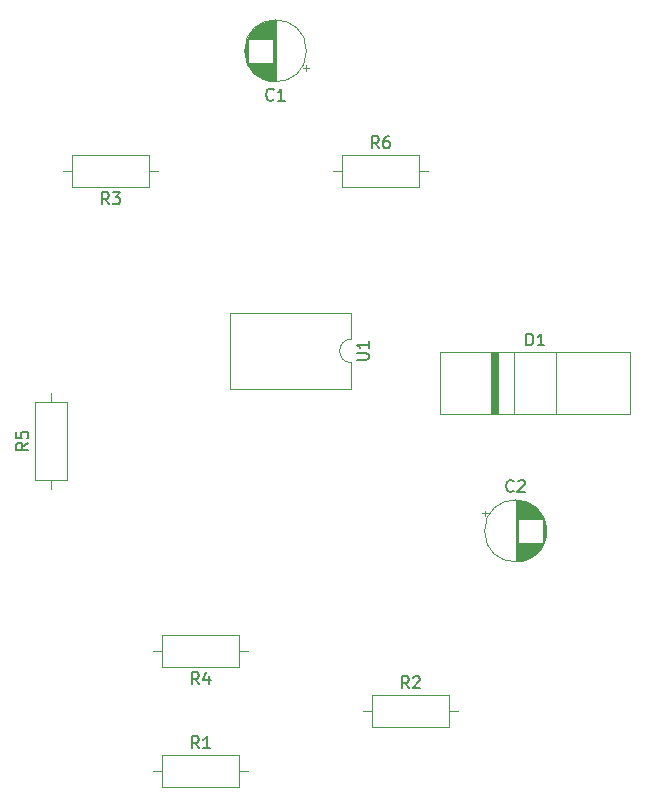
<source format=gbr>
%TF.GenerationSoftware,KiCad,Pcbnew,6.0.0-1*%
%TF.CreationDate,2022-01-15T02:16:25-07:00*%
%TF.ProjectId,soldlow,736f6c64-6c6f-4772-9e6b-696361645f70,rev?*%
%TF.SameCoordinates,Original*%
%TF.FileFunction,Legend,Top*%
%TF.FilePolarity,Positive*%
%FSLAX46Y46*%
G04 Gerber Fmt 4.6, Leading zero omitted, Abs format (unit mm)*
G04 Created by KiCad (PCBNEW 6.0.0-1) date 2022-01-15 02:16:25*
%MOMM*%
%LPD*%
G01*
G04 APERTURE LIST*
%ADD10C,0.150000*%
%ADD11C,0.120000*%
%ADD12C,0.100000*%
G04 APERTURE END LIST*
D10*
%TO.C,U1*%
X704092380Y-196341904D02*
X704901904Y-196341904D01*
X704997142Y-196294285D01*
X705044761Y-196246666D01*
X705092380Y-196151428D01*
X705092380Y-195960952D01*
X705044761Y-195865714D01*
X704997142Y-195818095D01*
X704901904Y-195770476D01*
X704092380Y-195770476D01*
X705092380Y-194770476D02*
X705092380Y-195341904D01*
X705092380Y-195056190D02*
X704092380Y-195056190D01*
X704235238Y-195151428D01*
X704330476Y-195246666D01*
X704378095Y-195341904D01*
%TO.C,D1*%
X718451904Y-195122380D02*
X718451904Y-194122380D01*
X718690000Y-194122380D01*
X718832857Y-194170000D01*
X718928095Y-194265238D01*
X718975714Y-194360476D01*
X719023333Y-194550952D01*
X719023333Y-194693809D01*
X718975714Y-194884285D01*
X718928095Y-194979523D01*
X718832857Y-195074761D01*
X718690000Y-195122380D01*
X718451904Y-195122380D01*
X719975714Y-195122380D02*
X719404285Y-195122380D01*
X719690000Y-195122380D02*
X719690000Y-194122380D01*
X719594761Y-194265238D01*
X719499523Y-194360476D01*
X719404285Y-194408095D01*
%TO.C,R1*%
X690713333Y-229222380D02*
X690380000Y-228746190D01*
X690141904Y-229222380D02*
X690141904Y-228222380D01*
X690522857Y-228222380D01*
X690618095Y-228270000D01*
X690665714Y-228317619D01*
X690713333Y-228412857D01*
X690713333Y-228555714D01*
X690665714Y-228650952D01*
X690618095Y-228698571D01*
X690522857Y-228746190D01*
X690141904Y-228746190D01*
X691665714Y-229222380D02*
X691094285Y-229222380D01*
X691380000Y-229222380D02*
X691380000Y-228222380D01*
X691284761Y-228365238D01*
X691189523Y-228460476D01*
X691094285Y-228508095D01*
%TO.C,R4*%
X690713333Y-223802380D02*
X690380000Y-223326190D01*
X690141904Y-223802380D02*
X690141904Y-222802380D01*
X690522857Y-222802380D01*
X690618095Y-222850000D01*
X690665714Y-222897619D01*
X690713333Y-222992857D01*
X690713333Y-223135714D01*
X690665714Y-223230952D01*
X690618095Y-223278571D01*
X690522857Y-223326190D01*
X690141904Y-223326190D01*
X691570476Y-223135714D02*
X691570476Y-223802380D01*
X691332380Y-222754761D02*
X691094285Y-223469047D01*
X691713333Y-223469047D01*
%TO.C,R2*%
X708493333Y-224142380D02*
X708160000Y-223666190D01*
X707921904Y-224142380D02*
X707921904Y-223142380D01*
X708302857Y-223142380D01*
X708398095Y-223190000D01*
X708445714Y-223237619D01*
X708493333Y-223332857D01*
X708493333Y-223475714D01*
X708445714Y-223570952D01*
X708398095Y-223618571D01*
X708302857Y-223666190D01*
X707921904Y-223666190D01*
X708874285Y-223237619D02*
X708921904Y-223190000D01*
X709017142Y-223142380D01*
X709255238Y-223142380D01*
X709350476Y-223190000D01*
X709398095Y-223237619D01*
X709445714Y-223332857D01*
X709445714Y-223428095D01*
X709398095Y-223570952D01*
X708826666Y-224142380D01*
X709445714Y-224142380D01*
%TO.C,R3*%
X683093333Y-183162380D02*
X682760000Y-182686190D01*
X682521904Y-183162380D02*
X682521904Y-182162380D01*
X682902857Y-182162380D01*
X682998095Y-182210000D01*
X683045714Y-182257619D01*
X683093333Y-182352857D01*
X683093333Y-182495714D01*
X683045714Y-182590952D01*
X682998095Y-182638571D01*
X682902857Y-182686190D01*
X682521904Y-182686190D01*
X683426666Y-182162380D02*
X684045714Y-182162380D01*
X683712380Y-182543333D01*
X683855238Y-182543333D01*
X683950476Y-182590952D01*
X683998095Y-182638571D01*
X684045714Y-182733809D01*
X684045714Y-182971904D01*
X683998095Y-183067142D01*
X683950476Y-183114761D01*
X683855238Y-183162380D01*
X683569523Y-183162380D01*
X683474285Y-183114761D01*
X683426666Y-183067142D01*
%TO.C,R6*%
X705953333Y-178422380D02*
X705620000Y-177946190D01*
X705381904Y-178422380D02*
X705381904Y-177422380D01*
X705762857Y-177422380D01*
X705858095Y-177470000D01*
X705905714Y-177517619D01*
X705953333Y-177612857D01*
X705953333Y-177755714D01*
X705905714Y-177850952D01*
X705858095Y-177898571D01*
X705762857Y-177946190D01*
X705381904Y-177946190D01*
X706810476Y-177422380D02*
X706620000Y-177422380D01*
X706524761Y-177470000D01*
X706477142Y-177517619D01*
X706381904Y-177660476D01*
X706334285Y-177850952D01*
X706334285Y-178231904D01*
X706381904Y-178327142D01*
X706429523Y-178374761D01*
X706524761Y-178422380D01*
X706715238Y-178422380D01*
X706810476Y-178374761D01*
X706858095Y-178327142D01*
X706905714Y-178231904D01*
X706905714Y-177993809D01*
X706858095Y-177898571D01*
X706810476Y-177850952D01*
X706715238Y-177803333D01*
X706524761Y-177803333D01*
X706429523Y-177850952D01*
X706381904Y-177898571D01*
X706334285Y-177993809D01*
%TO.C,R5*%
X676262380Y-203366666D02*
X675786190Y-203700000D01*
X676262380Y-203938095D02*
X675262380Y-203938095D01*
X675262380Y-203557142D01*
X675310000Y-203461904D01*
X675357619Y-203414285D01*
X675452857Y-203366666D01*
X675595714Y-203366666D01*
X675690952Y-203414285D01*
X675738571Y-203461904D01*
X675786190Y-203557142D01*
X675786190Y-203938095D01*
X675262380Y-202461904D02*
X675262380Y-202938095D01*
X675738571Y-202985714D01*
X675690952Y-202938095D01*
X675643333Y-202842857D01*
X675643333Y-202604761D01*
X675690952Y-202509523D01*
X675738571Y-202461904D01*
X675833809Y-202414285D01*
X676071904Y-202414285D01*
X676167142Y-202461904D01*
X676214761Y-202509523D01*
X676262380Y-202604761D01*
X676262380Y-202842857D01*
X676214761Y-202938095D01*
X676167142Y-202985714D01*
%TO.C,C2*%
X717363333Y-207427142D02*
X717315714Y-207474761D01*
X717172857Y-207522380D01*
X717077619Y-207522380D01*
X716934761Y-207474761D01*
X716839523Y-207379523D01*
X716791904Y-207284285D01*
X716744285Y-207093809D01*
X716744285Y-206950952D01*
X716791904Y-206760476D01*
X716839523Y-206665238D01*
X716934761Y-206570000D01*
X717077619Y-206522380D01*
X717172857Y-206522380D01*
X717315714Y-206570000D01*
X717363333Y-206617619D01*
X717744285Y-206617619D02*
X717791904Y-206570000D01*
X717887142Y-206522380D01*
X718125238Y-206522380D01*
X718220476Y-206570000D01*
X718268095Y-206617619D01*
X718315714Y-206712857D01*
X718315714Y-206808095D01*
X718268095Y-206950952D01*
X717696666Y-207522380D01*
X718315714Y-207522380D01*
%TO.C,C1*%
X697043333Y-174287142D02*
X696995714Y-174334761D01*
X696852857Y-174382380D01*
X696757619Y-174382380D01*
X696614761Y-174334761D01*
X696519523Y-174239523D01*
X696471904Y-174144285D01*
X696424285Y-173953809D01*
X696424285Y-173810952D01*
X696471904Y-173620476D01*
X696519523Y-173525238D01*
X696614761Y-173430000D01*
X696757619Y-173382380D01*
X696852857Y-173382380D01*
X696995714Y-173430000D01*
X697043333Y-173477619D01*
X697995714Y-174382380D02*
X697424285Y-174382380D01*
X697710000Y-174382380D02*
X697710000Y-173382380D01*
X697614761Y-173525238D01*
X697519523Y-173620476D01*
X697424285Y-173668095D01*
D11*
%TO.C,U1*%
X693360000Y-198815000D02*
X703640000Y-198815000D01*
X693360000Y-192345000D02*
X693360000Y-198815000D01*
X703640000Y-194580000D02*
X703640000Y-192345000D01*
X703640000Y-198815000D02*
X703640000Y-196580000D01*
X703640000Y-192345000D02*
X693360000Y-192345000D01*
X703640000Y-194580000D02*
G75*
G03*
X703640000Y-196580000I0J-1000000D01*
G01*
%TO.C,D1*%
X717386000Y-195669000D02*
X717386000Y-200940000D01*
X727260000Y-195669000D02*
X727260000Y-200940000D01*
X711120000Y-200940000D02*
X727260000Y-200940000D01*
X720995000Y-195669000D02*
X720995000Y-200940000D01*
X711120000Y-195669000D02*
X711120000Y-200940000D01*
X711120000Y-195669000D02*
X727260000Y-195669000D01*
D12*
X716040000Y-200920000D02*
X715490000Y-200920000D01*
X715490000Y-200920000D02*
X715490000Y-195670000D01*
X715490000Y-195670000D02*
X716040000Y-195670000D01*
X716040000Y-195670000D02*
X716040000Y-200920000D01*
G36*
X716040000Y-200920000D02*
G01*
X715490000Y-200920000D01*
X715490000Y-195670000D01*
X716040000Y-195670000D01*
X716040000Y-200920000D01*
G37*
X716040000Y-200920000D02*
X715490000Y-200920000D01*
X715490000Y-195670000D01*
X716040000Y-195670000D01*
X716040000Y-200920000D01*
D11*
%TO.C,R1*%
X687610000Y-232510000D02*
X694150000Y-232510000D01*
X694920000Y-231140000D02*
X694150000Y-231140000D01*
X687610000Y-229770000D02*
X687610000Y-232510000D01*
X694150000Y-232510000D02*
X694150000Y-229770000D01*
X694150000Y-229770000D02*
X687610000Y-229770000D01*
X686840000Y-231140000D02*
X687610000Y-231140000D01*
%TO.C,R4*%
X694920000Y-220980000D02*
X694150000Y-220980000D01*
X687610000Y-219610000D02*
X687610000Y-222350000D01*
X686840000Y-220980000D02*
X687610000Y-220980000D01*
X694150000Y-219610000D02*
X687610000Y-219610000D01*
X687610000Y-222350000D02*
X694150000Y-222350000D01*
X694150000Y-222350000D02*
X694150000Y-219610000D01*
%TO.C,R2*%
X704620000Y-226060000D02*
X705390000Y-226060000D01*
X712700000Y-226060000D02*
X711930000Y-226060000D01*
X711930000Y-227430000D02*
X711930000Y-224690000D01*
X711930000Y-224690000D02*
X705390000Y-224690000D01*
X705390000Y-224690000D02*
X705390000Y-227430000D01*
X705390000Y-227430000D02*
X711930000Y-227430000D01*
%TO.C,R3*%
X679990000Y-178970000D02*
X679990000Y-181710000D01*
X679220000Y-180340000D02*
X679990000Y-180340000D01*
X686530000Y-178970000D02*
X679990000Y-178970000D01*
X679990000Y-181710000D02*
X686530000Y-181710000D01*
X687300000Y-180340000D02*
X686530000Y-180340000D01*
X686530000Y-181710000D02*
X686530000Y-178970000D01*
%TO.C,R6*%
X710160000Y-180340000D02*
X709390000Y-180340000D01*
X702850000Y-178970000D02*
X702850000Y-181710000D01*
X709390000Y-181710000D02*
X709390000Y-178970000D01*
X709390000Y-178970000D02*
X702850000Y-178970000D01*
X702080000Y-180340000D02*
X702850000Y-180340000D01*
X702850000Y-181710000D02*
X709390000Y-181710000D01*
%TO.C,R5*%
X676810000Y-199930000D02*
X676810000Y-206470000D01*
X679550000Y-199930000D02*
X676810000Y-199930000D01*
X679550000Y-206470000D02*
X679550000Y-199930000D01*
X678180000Y-199160000D02*
X678180000Y-199930000D01*
X676810000Y-206470000D02*
X679550000Y-206470000D01*
X678180000Y-207240000D02*
X678180000Y-206470000D01*
%TO.C,C2*%
X719531000Y-209167000D02*
X719531000Y-209780000D01*
X718971000Y-208671000D02*
X718971000Y-209780000D01*
X719331000Y-208956000D02*
X719331000Y-209780000D01*
X719731000Y-211860000D02*
X719731000Y-212203000D01*
X718931000Y-208645000D02*
X718931000Y-209780000D01*
X719411000Y-209035000D02*
X719411000Y-209780000D01*
X718170000Y-211860000D02*
X718170000Y-213321000D01*
X718851000Y-211860000D02*
X718851000Y-213044000D01*
X719571000Y-209215000D02*
X719571000Y-209780000D01*
X719571000Y-211860000D02*
X719571000Y-212425000D01*
X719731000Y-209437000D02*
X719731000Y-209780000D01*
X717810000Y-211860000D02*
X717810000Y-213385000D01*
X719011000Y-208698000D02*
X719011000Y-209780000D01*
X718170000Y-208319000D02*
X718170000Y-209780000D01*
X718731000Y-208530000D02*
X718731000Y-209780000D01*
X718891000Y-211860000D02*
X718891000Y-213020000D01*
X719171000Y-208816000D02*
X719171000Y-209780000D01*
X718491000Y-211860000D02*
X718491000Y-213218000D01*
X717610000Y-208241000D02*
X717610000Y-213399000D01*
X719691000Y-209377000D02*
X719691000Y-209780000D01*
X718090000Y-211860000D02*
X718090000Y-213340000D01*
X719291000Y-208919000D02*
X719291000Y-209780000D01*
X718371000Y-208378000D02*
X718371000Y-209780000D01*
X719491000Y-211860000D02*
X719491000Y-212519000D01*
X719811000Y-211860000D02*
X719811000Y-212071000D01*
X719691000Y-211860000D02*
X719691000Y-212263000D01*
X718130000Y-211860000D02*
X718130000Y-213331000D01*
X718130000Y-208309000D02*
X718130000Y-209780000D01*
X718491000Y-208422000D02*
X718491000Y-209780000D01*
X717850000Y-208259000D02*
X717850000Y-209780000D01*
X717810000Y-208255000D02*
X717810000Y-209780000D01*
X717570000Y-208240000D02*
X717570000Y-213400000D01*
X718771000Y-208552000D02*
X718771000Y-209780000D01*
X717890000Y-208264000D02*
X717890000Y-209780000D01*
X719331000Y-211860000D02*
X719331000Y-212684000D01*
X719291000Y-211860000D02*
X719291000Y-212721000D01*
X719131000Y-211860000D02*
X719131000Y-212855000D01*
X718451000Y-208406000D02*
X718451000Y-209780000D01*
X718210000Y-211860000D02*
X718210000Y-213311000D01*
X718971000Y-211860000D02*
X718971000Y-212969000D01*
X719451000Y-209077000D02*
X719451000Y-209780000D01*
X720091000Y-210302000D02*
X720091000Y-211338000D01*
X714975225Y-209095000D02*
X714975225Y-209595000D01*
X717890000Y-211860000D02*
X717890000Y-213376000D01*
X717690000Y-208244000D02*
X717690000Y-213396000D01*
X719811000Y-209569000D02*
X719811000Y-209780000D01*
X718851000Y-208596000D02*
X718851000Y-209780000D01*
X717650000Y-208242000D02*
X717650000Y-213398000D01*
X719411000Y-211860000D02*
X719411000Y-212605000D01*
X719251000Y-211860000D02*
X719251000Y-212757000D01*
X718331000Y-208365000D02*
X718331000Y-209780000D01*
X718010000Y-211860000D02*
X718010000Y-213356000D01*
X719971000Y-209905000D02*
X719971000Y-211735000D01*
X718931000Y-211860000D02*
X718931000Y-212995000D01*
X718571000Y-208455000D02*
X718571000Y-209780000D01*
X718411000Y-211860000D02*
X718411000Y-213248000D01*
X720051000Y-210143000D02*
X720051000Y-211497000D01*
X718811000Y-211860000D02*
X718811000Y-213067000D01*
X719091000Y-211860000D02*
X719091000Y-212885000D01*
X718210000Y-208329000D02*
X718210000Y-209780000D01*
X718411000Y-208392000D02*
X718411000Y-209780000D01*
X719171000Y-211860000D02*
X719171000Y-212824000D01*
X718611000Y-208472000D02*
X718611000Y-209780000D01*
X719091000Y-208755000D02*
X719091000Y-209780000D01*
X719851000Y-209642000D02*
X719851000Y-211998000D01*
X718691000Y-208510000D02*
X718691000Y-209780000D01*
X719131000Y-208785000D02*
X719131000Y-209780000D01*
X719531000Y-211860000D02*
X719531000Y-212473000D01*
X717730000Y-208247000D02*
X717730000Y-213393000D01*
X718291000Y-208352000D02*
X718291000Y-209780000D01*
X719651000Y-209320000D02*
X719651000Y-209780000D01*
X719611000Y-211860000D02*
X719611000Y-212374000D01*
X717850000Y-211860000D02*
X717850000Y-213381000D01*
X718771000Y-211860000D02*
X718771000Y-213088000D01*
X718531000Y-208438000D02*
X718531000Y-209780000D01*
X717930000Y-208270000D02*
X717930000Y-209780000D01*
X720011000Y-210015000D02*
X720011000Y-211625000D01*
X719371000Y-208994000D02*
X719371000Y-209780000D01*
X719051000Y-211860000D02*
X719051000Y-212915000D01*
X719771000Y-209501000D02*
X719771000Y-209780000D01*
X719891000Y-209722000D02*
X719891000Y-211918000D01*
X719211000Y-208849000D02*
X719211000Y-209780000D01*
X718691000Y-211860000D02*
X718691000Y-213130000D01*
X718611000Y-211860000D02*
X718611000Y-213168000D01*
X718651000Y-211860000D02*
X718651000Y-213149000D01*
X718291000Y-211860000D02*
X718291000Y-213288000D01*
X718371000Y-211860000D02*
X718371000Y-213262000D01*
X718891000Y-208620000D02*
X718891000Y-209780000D01*
X719931000Y-209809000D02*
X719931000Y-211831000D01*
X718331000Y-211860000D02*
X718331000Y-213275000D01*
X718050000Y-211860000D02*
X718050000Y-213348000D01*
X718571000Y-211860000D02*
X718571000Y-213185000D01*
X717770000Y-211860000D02*
X717770000Y-213389000D01*
X719651000Y-211860000D02*
X719651000Y-212320000D01*
X719251000Y-208883000D02*
X719251000Y-209780000D01*
X714725225Y-209345000D02*
X715225225Y-209345000D01*
X720131000Y-210536000D02*
X720131000Y-211104000D01*
X718090000Y-208300000D02*
X718090000Y-209780000D01*
X718731000Y-211860000D02*
X718731000Y-213110000D01*
X718651000Y-208491000D02*
X718651000Y-209780000D01*
X718251000Y-208340000D02*
X718251000Y-209780000D01*
X719611000Y-209266000D02*
X719611000Y-209780000D01*
X717970000Y-208277000D02*
X717970000Y-209780000D01*
X717770000Y-208251000D02*
X717770000Y-209780000D01*
X718531000Y-211860000D02*
X718531000Y-213202000D01*
X719051000Y-208725000D02*
X719051000Y-209780000D01*
X718251000Y-211860000D02*
X718251000Y-213300000D01*
X717970000Y-211860000D02*
X717970000Y-213363000D01*
X719491000Y-209121000D02*
X719491000Y-209780000D01*
X719211000Y-211860000D02*
X719211000Y-212791000D01*
X719011000Y-211860000D02*
X719011000Y-212942000D01*
X717930000Y-211860000D02*
X717930000Y-213370000D01*
X719451000Y-211860000D02*
X719451000Y-212563000D01*
X717530000Y-208240000D02*
X717530000Y-213400000D01*
X719771000Y-211860000D02*
X719771000Y-212139000D01*
X718811000Y-208573000D02*
X718811000Y-209780000D01*
X718050000Y-208292000D02*
X718050000Y-209780000D01*
X718451000Y-211860000D02*
X718451000Y-213234000D01*
X719371000Y-211860000D02*
X719371000Y-212646000D01*
X718010000Y-208284000D02*
X718010000Y-209780000D01*
X720150000Y-210820000D02*
G75*
G03*
X720150000Y-210820000I-2620000J0D01*
G01*
%TO.C,C1*%
X694969000Y-169140000D02*
X694969000Y-168861000D01*
X696449000Y-169140000D02*
X696449000Y-167712000D01*
X696009000Y-172470000D02*
X696009000Y-171220000D01*
X695449000Y-172081000D02*
X695449000Y-171220000D01*
X696489000Y-172660000D02*
X696489000Y-171220000D01*
X695409000Y-172044000D02*
X695409000Y-171220000D01*
X696329000Y-169140000D02*
X696329000Y-167752000D01*
X695409000Y-169140000D02*
X695409000Y-168316000D01*
X695449000Y-169140000D02*
X695449000Y-168279000D01*
X696530000Y-169140000D02*
X696530000Y-167689000D01*
X695929000Y-172427000D02*
X695929000Y-171220000D01*
X696850000Y-169140000D02*
X696850000Y-167624000D01*
X696850000Y-172736000D02*
X696850000Y-171220000D01*
X695649000Y-172245000D02*
X695649000Y-171220000D01*
X695969000Y-172448000D02*
X695969000Y-171220000D01*
X694929000Y-171431000D02*
X694929000Y-171220000D01*
X696810000Y-172730000D02*
X696810000Y-171220000D01*
X696489000Y-169140000D02*
X696489000Y-167700000D01*
X695649000Y-169140000D02*
X695649000Y-168115000D01*
X696409000Y-169140000D02*
X696409000Y-167725000D01*
X696409000Y-172635000D02*
X696409000Y-171220000D01*
X696209000Y-172562000D02*
X696209000Y-171220000D01*
X696289000Y-169140000D02*
X696289000Y-167766000D01*
X695089000Y-169140000D02*
X695089000Y-168680000D01*
X696089000Y-169140000D02*
X696089000Y-167851000D01*
X695769000Y-169140000D02*
X695769000Y-168031000D01*
X695769000Y-172329000D02*
X695769000Y-171220000D01*
X696209000Y-169140000D02*
X696209000Y-167798000D01*
X696530000Y-172671000D02*
X696530000Y-171220000D01*
X697090000Y-172758000D02*
X697090000Y-167602000D01*
X695209000Y-169140000D02*
X695209000Y-168527000D01*
X695329000Y-171965000D02*
X695329000Y-171220000D01*
X695729000Y-172302000D02*
X695729000Y-171220000D01*
X696690000Y-172708000D02*
X696690000Y-171220000D01*
X696810000Y-169140000D02*
X696810000Y-167630000D01*
X695569000Y-169140000D02*
X695569000Y-168176000D01*
X695849000Y-169140000D02*
X695849000Y-167980000D01*
X695889000Y-172404000D02*
X695889000Y-171220000D01*
X696289000Y-172594000D02*
X696289000Y-171220000D01*
X696770000Y-172723000D02*
X696770000Y-171220000D01*
X696730000Y-169140000D02*
X696730000Y-167644000D01*
X694729000Y-170985000D02*
X694729000Y-169375000D01*
X696610000Y-172691000D02*
X696610000Y-171220000D01*
X696650000Y-172700000D02*
X696650000Y-171220000D01*
X695729000Y-169140000D02*
X695729000Y-168058000D01*
X694649000Y-170698000D02*
X694649000Y-169662000D01*
X695889000Y-169140000D02*
X695889000Y-167956000D01*
X696730000Y-172716000D02*
X696730000Y-171220000D01*
X695369000Y-172006000D02*
X695369000Y-171220000D01*
X694889000Y-171358000D02*
X694889000Y-169002000D01*
X695529000Y-169140000D02*
X695529000Y-168209000D01*
X695089000Y-171680000D02*
X695089000Y-171220000D01*
X696890000Y-172741000D02*
X696890000Y-171220000D01*
X695289000Y-169140000D02*
X695289000Y-168437000D01*
X696570000Y-172681000D02*
X696570000Y-171220000D01*
X694929000Y-169140000D02*
X694929000Y-168929000D01*
X695569000Y-172184000D02*
X695569000Y-171220000D01*
X695609000Y-169140000D02*
X695609000Y-168145000D01*
X694809000Y-171191000D02*
X694809000Y-169169000D01*
X696369000Y-172622000D02*
X696369000Y-171220000D01*
X696690000Y-169140000D02*
X696690000Y-167652000D01*
X696089000Y-172509000D02*
X696089000Y-171220000D01*
X694689000Y-170857000D02*
X694689000Y-169503000D01*
X695489000Y-172117000D02*
X695489000Y-171220000D01*
X695689000Y-169140000D02*
X695689000Y-168085000D01*
X696329000Y-172608000D02*
X696329000Y-171220000D01*
X694769000Y-171095000D02*
X694769000Y-169265000D01*
X695369000Y-169140000D02*
X695369000Y-168354000D01*
X696970000Y-169140000D02*
X696970000Y-167611000D01*
X696449000Y-172648000D02*
X696449000Y-171220000D01*
X696049000Y-172490000D02*
X696049000Y-171220000D01*
X696049000Y-169140000D02*
X696049000Y-167870000D01*
X696570000Y-169140000D02*
X696570000Y-167679000D01*
X695009000Y-171563000D02*
X695009000Y-171220000D01*
X695689000Y-172275000D02*
X695689000Y-171220000D01*
X695969000Y-169140000D02*
X695969000Y-167912000D01*
X695249000Y-171879000D02*
X695249000Y-171220000D01*
X695209000Y-171833000D02*
X695209000Y-171220000D01*
X695529000Y-172151000D02*
X695529000Y-171220000D01*
X695609000Y-172215000D02*
X695609000Y-171220000D01*
X695489000Y-169140000D02*
X695489000Y-168243000D01*
X695809000Y-169140000D02*
X695809000Y-168005000D01*
X695129000Y-171734000D02*
X695129000Y-171220000D01*
X696249000Y-169140000D02*
X696249000Y-167782000D01*
X695329000Y-169140000D02*
X695329000Y-168395000D01*
X699764775Y-171905000D02*
X699764775Y-171405000D01*
X696970000Y-172749000D02*
X696970000Y-171220000D01*
X696129000Y-172528000D02*
X696129000Y-171220000D01*
X695049000Y-171623000D02*
X695049000Y-171220000D01*
X695849000Y-172380000D02*
X695849000Y-171220000D01*
X696930000Y-169140000D02*
X696930000Y-167615000D01*
X697010000Y-172753000D02*
X697010000Y-167607000D01*
X694849000Y-171278000D02*
X694849000Y-169082000D01*
X695929000Y-169140000D02*
X695929000Y-167933000D01*
X695809000Y-172355000D02*
X695809000Y-171220000D01*
X696169000Y-169140000D02*
X696169000Y-167815000D01*
X696890000Y-169140000D02*
X696890000Y-167619000D01*
X696770000Y-169140000D02*
X696770000Y-167637000D01*
X695049000Y-169140000D02*
X695049000Y-168737000D01*
X697050000Y-172756000D02*
X697050000Y-167604000D01*
X695249000Y-169140000D02*
X695249000Y-168481000D01*
X697130000Y-172759000D02*
X697130000Y-167601000D01*
X696930000Y-172745000D02*
X696930000Y-171220000D01*
X695169000Y-171785000D02*
X695169000Y-171220000D01*
X694969000Y-171499000D02*
X694969000Y-171220000D01*
X696650000Y-169140000D02*
X696650000Y-167660000D01*
X697210000Y-172760000D02*
X697210000Y-167600000D01*
X695289000Y-171923000D02*
X695289000Y-171220000D01*
X696009000Y-169140000D02*
X696009000Y-167890000D01*
X696610000Y-169140000D02*
X696610000Y-167669000D01*
X695009000Y-169140000D02*
X695009000Y-168797000D01*
X700014775Y-171655000D02*
X699514775Y-171655000D01*
X696249000Y-172578000D02*
X696249000Y-171220000D01*
X695169000Y-169140000D02*
X695169000Y-168575000D01*
X697170000Y-172760000D02*
X697170000Y-167600000D01*
X696129000Y-169140000D02*
X696129000Y-167832000D01*
X696369000Y-169140000D02*
X696369000Y-167738000D01*
X696169000Y-172545000D02*
X696169000Y-171220000D01*
X695129000Y-169140000D02*
X695129000Y-168626000D01*
X694609000Y-170464000D02*
X694609000Y-169896000D01*
X699830000Y-170180000D02*
G75*
G03*
X699830000Y-170180000I-2620000J0D01*
G01*
%TD*%
M02*

</source>
